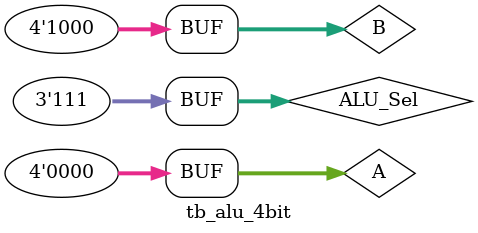
<source format=v>
module alu_4bit (A,B,ALU_Sel,ALU_Out,CarryOut,Zero);
input  [3:0] A, B;
input  [2:0] ALU_Sel;
output reg [3:0] ALU_Out;
output reg CarryOut;
output Zero;
assign Zero = (ALU_Out == 4'b0000);
always @(*) begin
case (ALU_Sel)
3'b000: {CarryOut, ALU_Out} = A + B;      
3'b001: {CarryOut, ALU_Out} = A - B;         
3'b010: ALU_Out = A & B;                     
3'b011: ALU_Out = A | B;                  
3'b100: ALU_Out = A ^ B;                 
3'b101: ALU_Out = ~A;                        
3'b110: ALU_Out = B << 1;              
3'b111: ALU_Out = B >> 1;          
default: ALU_Out = 4'b0000;
endcase
end
endmodule
//////test bench /////
module tb_alu_4bit();
reg  [3:0] A, B;
reg  [2:0] ALU_Sel;
wire [3:0] ALU_Out;
wire CarryOut;
wire Zero;
alu_4bit a1 (A,B,ALU_Sel,ALU_Out,CarryOut,Zero);
initial begin
A = 4'b0011; B = 4'b0101; ALU_Sel = 3'b000; #10; 
A = 4'b1000; B = 4'b0011; ALU_Sel = 3'b001; #10; 
A = 4'b1100; B = 4'b1010; ALU_Sel = 3'b010; #10; 
A = 4'b1100; B = 4'b1010; ALU_Sel = 3'b011; #10;
A = 4'b1100; B = 4'b1010; ALU_Sel = 3'b100; #10; 
A = 4'b1100; B = 4'b0000; ALU_Sel = 3'b101; #10; 
A = 4'b0000; B = 4'b0011; ALU_Sel = 3'b110; #10;
A = 4'b0000; B = 4'b1000; ALU_Sel = 3'b111;
end
endmodule

</source>
